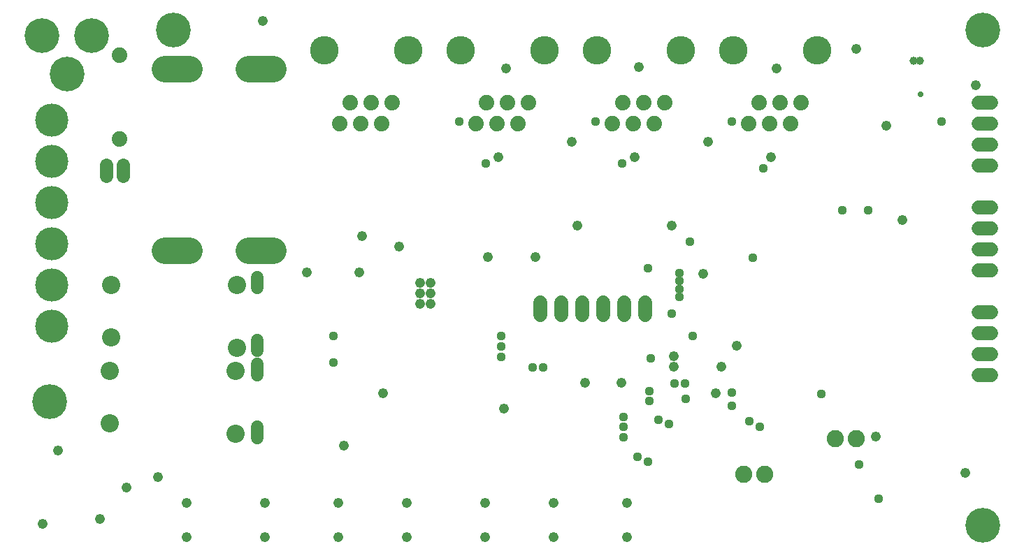
<source format=gbs>
G75*
G70*
%OFA0B0*%
%FSLAX24Y24*%
%IPPOS*%
%LPD*%
%AMOC8*
5,1,8,0,0,1.08239X$1,22.5*
%
%ADD10C,0.0740*%
%ADD11C,0.0600*%
%ADD12C,0.0680*%
%ADD13C,0.1580*%
%ADD14C,0.1261*%
%ADD15C,0.1655*%
%ADD16C,0.0867*%
%ADD17C,0.0630*%
%ADD18C,0.1360*%
%ADD19C,0.0395*%
%ADD20C,0.0277*%
%ADD21C,0.0820*%
%ADD22C,0.0476*%
%ADD23C,0.0440*%
%ADD24C,0.1661*%
D10*
X030918Y033867D03*
X030918Y037867D03*
X041418Y034617D03*
X042418Y034617D03*
X043418Y034617D03*
X042918Y035617D03*
X041918Y035617D03*
X043918Y035617D03*
X047918Y034617D03*
X048918Y034617D03*
X049918Y034617D03*
X049418Y035617D03*
X048418Y035617D03*
X050418Y035617D03*
X054418Y034617D03*
X055418Y034617D03*
X056418Y034617D03*
X055918Y035617D03*
X054918Y035617D03*
X056918Y035617D03*
X060918Y034617D03*
X061918Y034617D03*
X062918Y034617D03*
X062418Y035617D03*
X061418Y035617D03*
X063418Y035617D03*
D11*
X037463Y027283D02*
X037463Y026763D01*
X037463Y024283D02*
X037463Y023763D01*
X037471Y023127D02*
X037471Y022607D01*
X037471Y020127D02*
X037471Y019607D01*
D12*
X050963Y025473D02*
X050963Y026073D01*
X051963Y026073D02*
X051963Y025473D01*
X052963Y025473D02*
X052963Y026073D01*
X053963Y026073D02*
X053963Y025473D01*
X054963Y025473D02*
X054963Y026073D01*
X055963Y026073D02*
X055963Y025473D01*
X071868Y025617D02*
X072468Y025617D01*
X072468Y024617D02*
X071868Y024617D01*
X071868Y023617D02*
X072468Y023617D01*
X072468Y022617D02*
X071868Y022617D01*
X071868Y027617D02*
X072468Y027617D01*
X072468Y028617D02*
X071868Y028617D01*
X071868Y029617D02*
X072468Y029617D01*
X072468Y030617D02*
X071868Y030617D01*
X071868Y032617D02*
X072468Y032617D01*
X072468Y033617D02*
X071868Y033617D01*
X071868Y034617D02*
X072468Y034617D01*
X072468Y035617D02*
X071868Y035617D01*
D13*
X027668Y034788D03*
X027668Y032820D03*
X027668Y030851D03*
X027668Y028883D03*
X027668Y026914D03*
X027668Y024946D03*
D14*
X033078Y028536D02*
X034259Y028536D01*
X037078Y028536D02*
X038259Y028536D01*
X038259Y037198D02*
X037078Y037198D01*
X034259Y037198D02*
X033078Y037198D01*
D15*
X029562Y038814D03*
X027200Y038814D03*
X028400Y036963D03*
D16*
X030521Y026904D03*
X030521Y024404D03*
X030440Y022804D03*
X030440Y020304D03*
X036440Y019804D03*
X036440Y022804D03*
X036521Y023904D03*
X036521Y026904D03*
D17*
X031068Y032092D02*
X031068Y032642D01*
X030268Y032642D02*
X030268Y032092D01*
D18*
X040668Y038117D03*
X044668Y038117D03*
X047168Y038117D03*
X051168Y038117D03*
X053668Y038117D03*
X057668Y038117D03*
X060168Y038117D03*
X064168Y038117D03*
D19*
X068761Y037617D03*
X069076Y037617D03*
D20*
X069115Y036021D03*
D21*
X066058Y019568D03*
X065058Y019568D03*
X061668Y017867D03*
X060668Y017867D03*
D22*
X034106Y014867D03*
X037856Y014867D03*
X037856Y016492D03*
X034106Y016492D03*
X032731Y017742D03*
X031231Y017242D03*
X029981Y015742D03*
X027231Y015492D03*
X027981Y018992D03*
X041356Y016492D03*
X044606Y016492D03*
X044606Y014867D03*
X041356Y014867D03*
X048356Y014867D03*
X051606Y014867D03*
X055106Y014867D03*
X055106Y016492D03*
X051606Y016492D03*
X048356Y016492D03*
X041606Y019242D03*
X043481Y021742D03*
X049231Y020992D03*
X053106Y022242D03*
X054856Y022242D03*
X057356Y022992D03*
X057356Y023492D03*
X059606Y022992D03*
X060356Y023992D03*
X059356Y021742D03*
X066981Y019680D03*
X071231Y017930D03*
X058731Y027430D03*
X057231Y029742D03*
X052731Y029742D03*
X050731Y028242D03*
X048481Y028242D03*
X045731Y026992D03*
X045731Y026492D03*
X045231Y026492D03*
X045231Y026992D03*
X045231Y025992D03*
X045731Y025992D03*
X042356Y027492D03*
X044231Y028742D03*
X042481Y029242D03*
X039856Y027492D03*
X048981Y032992D03*
X052481Y033742D03*
X055481Y032992D03*
X058981Y033742D03*
X061981Y032992D03*
X067481Y034492D03*
X071731Y036430D03*
X066043Y038180D03*
X062231Y037242D03*
X055668Y037305D03*
X049356Y037242D03*
X037731Y039492D03*
X068231Y029992D03*
D23*
X066613Y030467D03*
X065363Y030467D03*
X061613Y032467D03*
X060113Y034717D03*
X054863Y032717D03*
X053613Y034717D03*
X048363Y032717D03*
X047113Y034717D03*
X058113Y028967D03*
X056113Y027717D03*
X057613Y027467D03*
X057613Y027092D03*
X057613Y026717D03*
X057613Y026342D03*
X057238Y025530D03*
X058238Y024467D03*
X056238Y023405D03*
X057363Y022217D03*
X057863Y022217D03*
X057901Y021467D03*
X057113Y020280D03*
X056613Y020467D03*
X056176Y021380D03*
X056176Y021842D03*
X054926Y020617D03*
X054926Y020155D03*
X054926Y019655D03*
X055613Y018717D03*
X056113Y018467D03*
X060926Y020405D03*
X061426Y020155D03*
X060113Y021155D03*
X060113Y021780D03*
X064363Y021717D03*
X066176Y018342D03*
X067113Y016717D03*
X051113Y022967D03*
X050613Y022967D03*
X049113Y023467D03*
X049113Y023967D03*
X049113Y024467D03*
X041113Y024467D03*
X041113Y023217D03*
X061113Y028217D03*
X070113Y034717D03*
D24*
X072070Y039058D03*
X033487Y039058D03*
X027582Y021341D03*
X072070Y015436D03*
M02*

</source>
